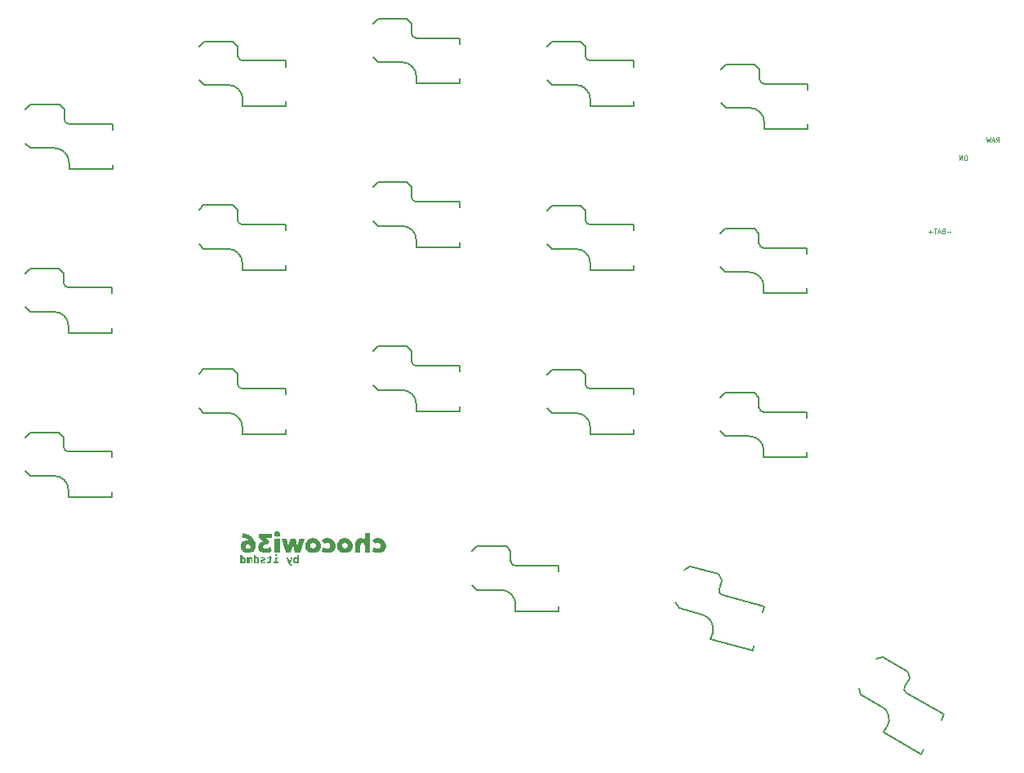
<source format=gbr>
%TF.GenerationSoftware,KiCad,Pcbnew,8.0.4*%
%TF.CreationDate,2024-09-03T01:13:55+07:00*%
%TF.ProjectId,chocowi36-rounded,63686f63-6f77-4693-9336-2d726f756e64,rev?*%
%TF.SameCoordinates,Original*%
%TF.FileFunction,Legend,Bot*%
%TF.FilePolarity,Positive*%
%FSLAX46Y46*%
G04 Gerber Fmt 4.6, Leading zero omitted, Abs format (unit mm)*
G04 Created by KiCad (PCBNEW 8.0.4) date 2024-09-03 01:13:55*
%MOMM*%
%LPD*%
G01*
G04 APERTURE LIST*
%ADD10C,0.125000*%
%ADD11C,0.150000*%
G04 APERTURE END LIST*
D10*
X181415570Y-62624809D02*
X181320332Y-62624809D01*
X181320332Y-62624809D02*
X181272713Y-62648619D01*
X181272713Y-62648619D02*
X181225094Y-62696238D01*
X181225094Y-62696238D02*
X181201284Y-62791476D01*
X181201284Y-62791476D02*
X181201284Y-62958142D01*
X181201284Y-62958142D02*
X181225094Y-63053380D01*
X181225094Y-63053380D02*
X181272713Y-63101000D01*
X181272713Y-63101000D02*
X181320332Y-63124809D01*
X181320332Y-63124809D02*
X181415570Y-63124809D01*
X181415570Y-63124809D02*
X181463189Y-63101000D01*
X181463189Y-63101000D02*
X181510808Y-63053380D01*
X181510808Y-63053380D02*
X181534617Y-62958142D01*
X181534617Y-62958142D02*
X181534617Y-62791476D01*
X181534617Y-62791476D02*
X181510808Y-62696238D01*
X181510808Y-62696238D02*
X181463189Y-62648619D01*
X181463189Y-62648619D02*
X181415570Y-62624809D01*
X180986998Y-63124809D02*
X180986998Y-62624809D01*
X180986998Y-62624809D02*
X180701284Y-63124809D01*
X180701284Y-63124809D02*
X180701284Y-62624809D01*
D11*
G36*
X120458199Y-103872009D02*
G01*
X120557612Y-103867194D01*
X120665560Y-103849899D01*
X120767462Y-103820025D01*
X120863320Y-103777572D01*
X120874877Y-103771381D01*
X120962133Y-103716274D01*
X121039741Y-103652069D01*
X121107702Y-103578765D01*
X121166015Y-103496364D01*
X121212818Y-103406330D01*
X121246248Y-103310617D01*
X121266307Y-103209226D01*
X121272993Y-103102156D01*
X121266839Y-103001959D01*
X121245855Y-102897252D01*
X121209978Y-102798318D01*
X121160710Y-102706089D01*
X121099552Y-102622173D01*
X121033635Y-102553098D01*
X120951277Y-102486435D01*
X120860030Y-102430854D01*
X120769364Y-102389944D01*
X120672287Y-102359289D01*
X120570344Y-102339988D01*
X120463536Y-102332041D01*
X120441590Y-102331814D01*
X120334629Y-102336632D01*
X120232343Y-102351086D01*
X120134732Y-102375177D01*
X120115770Y-102381151D01*
X120024275Y-102416213D01*
X119930902Y-102465250D01*
X119845149Y-102525254D01*
X120083042Y-102936559D01*
X120161438Y-102875656D01*
X120234961Y-102838862D01*
X120332912Y-102813166D01*
X120402511Y-102808087D01*
X120501157Y-102817738D01*
X120574458Y-102842281D01*
X120653759Y-102900835D01*
X120683879Y-102942421D01*
X120716203Y-103035729D01*
X120721493Y-103102156D01*
X120707384Y-103204561D01*
X120660635Y-103292664D01*
X120636008Y-103318555D01*
X120548679Y-103371649D01*
X120445152Y-103394328D01*
X120399581Y-103396224D01*
X120299435Y-103386022D01*
X120215421Y-103360076D01*
X120124310Y-103310121D01*
X120046894Y-103247725D01*
X119833914Y-103670265D01*
X119916737Y-103725019D01*
X120007670Y-103772045D01*
X120106712Y-103811344D01*
X120127494Y-103818276D01*
X120231574Y-103846612D01*
X120334986Y-103864453D01*
X120437730Y-103871799D01*
X120458199Y-103872009D01*
G37*
G36*
X119626308Y-103830000D02*
G01*
X119626308Y-101814019D01*
X119066015Y-101814019D01*
X119066015Y-102718206D01*
X119183740Y-102575568D01*
X119109757Y-102501815D01*
X119026295Y-102438090D01*
X118965387Y-102401179D01*
X118874759Y-102361687D01*
X118776165Y-102338588D01*
X118679622Y-102331814D01*
X118579758Y-102336943D01*
X118477993Y-102354975D01*
X118378063Y-102390238D01*
X118333286Y-102413879D01*
X118246777Y-102476591D01*
X118176661Y-102551886D01*
X118127145Y-102631256D01*
X118087931Y-102726890D01*
X118064995Y-102828411D01*
X118058269Y-102925812D01*
X118058269Y-103830000D01*
X118618073Y-103830000D01*
X118618073Y-103082616D01*
X118632850Y-102983576D01*
X118677180Y-102905296D01*
X118759200Y-102849929D01*
X118845219Y-102835931D01*
X118943496Y-102851318D01*
X118969783Y-102864263D01*
X119036194Y-102936124D01*
X119042567Y-102949748D01*
X119064549Y-103045369D01*
X119066015Y-103082616D01*
X119066015Y-103830000D01*
X119626308Y-103830000D01*
G37*
G36*
X117042894Y-102332368D02*
G01*
X117141328Y-102340675D01*
X117244988Y-102361598D01*
X117342637Y-102394829D01*
X117432969Y-102438601D01*
X117523077Y-102496890D01*
X117603488Y-102565799D01*
X117667268Y-102636276D01*
X117726076Y-102720743D01*
X117772993Y-102812484D01*
X117804163Y-102900173D01*
X117825115Y-102999606D01*
X117832100Y-103102156D01*
X117825597Y-103204982D01*
X117806088Y-103303412D01*
X117773573Y-103397445D01*
X117728052Y-103487083D01*
X117670747Y-103570156D01*
X117603366Y-103644497D01*
X117525911Y-103710107D01*
X117438380Y-103766985D01*
X117414950Y-103779703D01*
X117316688Y-103822369D01*
X117211160Y-103851907D01*
X117112862Y-103866984D01*
X117009001Y-103872009D01*
X116974942Y-103871455D01*
X116876217Y-103863148D01*
X116772595Y-103842225D01*
X116675366Y-103808995D01*
X116585034Y-103765269D01*
X116494925Y-103707144D01*
X116414514Y-103638513D01*
X116350782Y-103568036D01*
X116292137Y-103483568D01*
X116245498Y-103391828D01*
X116214071Y-103303929D01*
X116192945Y-103204485D01*
X116185903Y-103102156D01*
X116729099Y-103102156D01*
X116733486Y-103161677D01*
X116766224Y-103258960D01*
X116792051Y-103297008D01*
X116867340Y-103360565D01*
X116908461Y-103379370D01*
X117009001Y-103396224D01*
X117056676Y-103392742D01*
X117151151Y-103360565D01*
X117188264Y-103335110D01*
X117251779Y-103258960D01*
X117275816Y-103201267D01*
X117288904Y-103102156D01*
X117284632Y-103042414D01*
X117252756Y-102945352D01*
X117227234Y-102907094D01*
X117152616Y-102843747D01*
X117106775Y-102823445D01*
X117009001Y-102808087D01*
X116960811Y-102811570D01*
X116865875Y-102843747D01*
X116828599Y-102868992D01*
X116765735Y-102945352D01*
X116742015Y-103002809D01*
X116729099Y-103102156D01*
X116185903Y-103102156D01*
X116192436Y-102999330D01*
X116212037Y-102900900D01*
X116244704Y-102806866D01*
X116290439Y-102717229D01*
X116347561Y-102633942D01*
X116414881Y-102559448D01*
X116492397Y-102493747D01*
X116580111Y-102436838D01*
X116603482Y-102424120D01*
X116701545Y-102381454D01*
X116806936Y-102351916D01*
X116905164Y-102336839D01*
X117009001Y-102331814D01*
X117042894Y-102332368D01*
G37*
G36*
X115225540Y-103872009D02*
G01*
X115324953Y-103867194D01*
X115432901Y-103849899D01*
X115534803Y-103820025D01*
X115630661Y-103777572D01*
X115642218Y-103771381D01*
X115729474Y-103716274D01*
X115807082Y-103652069D01*
X115875043Y-103578765D01*
X115933356Y-103496364D01*
X115980159Y-103406330D01*
X116013590Y-103310617D01*
X116033648Y-103209226D01*
X116040334Y-103102156D01*
X116034180Y-103001959D01*
X116013196Y-102897252D01*
X115977320Y-102798318D01*
X115928052Y-102706089D01*
X115866893Y-102622173D01*
X115800976Y-102553098D01*
X115718618Y-102486435D01*
X115627371Y-102430854D01*
X115536705Y-102389944D01*
X115439628Y-102359289D01*
X115337686Y-102339988D01*
X115230877Y-102332041D01*
X115208932Y-102331814D01*
X115101970Y-102336632D01*
X114999684Y-102351086D01*
X114902073Y-102375177D01*
X114883112Y-102381151D01*
X114791616Y-102416213D01*
X114698244Y-102465250D01*
X114612490Y-102525254D01*
X114850383Y-102936559D01*
X114928779Y-102875656D01*
X115002302Y-102838862D01*
X115100253Y-102813166D01*
X115169853Y-102808087D01*
X115268498Y-102817738D01*
X115341800Y-102842281D01*
X115421100Y-102900835D01*
X115451220Y-102942421D01*
X115483544Y-103035729D01*
X115488834Y-103102156D01*
X115474725Y-103204561D01*
X115427976Y-103292664D01*
X115403349Y-103318555D01*
X115316021Y-103371649D01*
X115212493Y-103394328D01*
X115166922Y-103396224D01*
X115066776Y-103386022D01*
X114982763Y-103360076D01*
X114891651Y-103310121D01*
X114814235Y-103247725D01*
X114601255Y-103670265D01*
X114684078Y-103725019D01*
X114775011Y-103772045D01*
X114874054Y-103811344D01*
X114894835Y-103818276D01*
X114998915Y-103846612D01*
X115102327Y-103864453D01*
X115205071Y-103871799D01*
X115225540Y-103872009D01*
G37*
G36*
X113740731Y-102332368D02*
G01*
X113839164Y-102340675D01*
X113942824Y-102361598D01*
X114040474Y-102394829D01*
X114130805Y-102438601D01*
X114220914Y-102496890D01*
X114301325Y-102565799D01*
X114365105Y-102636276D01*
X114423913Y-102720743D01*
X114470830Y-102812484D01*
X114501999Y-102900173D01*
X114522952Y-102999606D01*
X114529936Y-103102156D01*
X114523433Y-103204982D01*
X114503925Y-103303412D01*
X114471410Y-103397445D01*
X114425889Y-103487083D01*
X114368583Y-103570156D01*
X114301203Y-103644497D01*
X114223747Y-103710107D01*
X114136217Y-103766985D01*
X114112787Y-103779703D01*
X114014525Y-103822369D01*
X113908997Y-103851907D01*
X113810699Y-103866984D01*
X113706838Y-103872009D01*
X113672779Y-103871455D01*
X113574054Y-103863148D01*
X113470432Y-103842225D01*
X113373202Y-103808995D01*
X113282871Y-103765269D01*
X113192762Y-103707144D01*
X113112351Y-103638513D01*
X113048619Y-103568036D01*
X112989974Y-103483568D01*
X112943335Y-103391828D01*
X112911908Y-103303929D01*
X112890782Y-103204485D01*
X112883740Y-103102156D01*
X113426936Y-103102156D01*
X113431323Y-103161677D01*
X113464061Y-103258960D01*
X113489887Y-103297008D01*
X113565177Y-103360565D01*
X113606298Y-103379370D01*
X113706838Y-103396224D01*
X113754513Y-103392742D01*
X113848987Y-103360565D01*
X113886101Y-103335110D01*
X113949615Y-103258960D01*
X113973652Y-103201267D01*
X113986740Y-103102156D01*
X113982469Y-103042414D01*
X113950592Y-102945352D01*
X113925071Y-102907094D01*
X113850453Y-102843747D01*
X113804611Y-102823445D01*
X113706838Y-102808087D01*
X113658648Y-102811570D01*
X113563712Y-102843747D01*
X113526436Y-102868992D01*
X113463572Y-102945352D01*
X113439851Y-103002809D01*
X113426936Y-103102156D01*
X112883740Y-103102156D01*
X112890273Y-102999330D01*
X112909874Y-102900900D01*
X112942541Y-102806866D01*
X112988276Y-102717229D01*
X113045398Y-102633942D01*
X113112717Y-102559448D01*
X113190234Y-102493747D01*
X113277948Y-102436838D01*
X113301319Y-102424120D01*
X113399382Y-102381454D01*
X113504773Y-102351916D01*
X113603000Y-102336839D01*
X113706838Y-102331814D01*
X113740731Y-102332368D01*
G37*
G36*
X112400627Y-103830000D02*
G01*
X112823656Y-102373824D01*
X112288764Y-102373824D01*
X112101186Y-103188618D01*
X111874528Y-102373824D01*
X111370411Y-102373824D01*
X111146196Y-103188618D01*
X110967410Y-102373824D01*
X110449127Y-102373824D01*
X110872156Y-103830000D01*
X111420725Y-103830000D01*
X111630774Y-103048911D01*
X111852058Y-103830000D01*
X112400627Y-103830000D01*
G37*
G36*
X110264968Y-103830000D02*
G01*
X110264968Y-102373824D01*
X109704675Y-102373824D01*
X109704675Y-103830000D01*
X110264968Y-103830000D01*
G37*
G36*
X109984577Y-102186245D02*
G01*
X110084824Y-102173185D01*
X110179979Y-102129908D01*
X110210746Y-102107110D01*
X110276195Y-102026554D01*
X110304152Y-101931492D01*
X110306489Y-101889734D01*
X110290688Y-101786852D01*
X110238328Y-101698054D01*
X110210746Y-101671870D01*
X110127231Y-101620633D01*
X110032267Y-101595517D01*
X109984577Y-101592735D01*
X109884646Y-101605795D01*
X109789651Y-101649072D01*
X109758897Y-101671870D01*
X109693113Y-101752519D01*
X109665014Y-101847836D01*
X109662665Y-101889734D01*
X109678547Y-101992301D01*
X109731174Y-102080938D01*
X109758897Y-102107110D01*
X109842331Y-102158347D01*
X109937053Y-102183463D01*
X109984577Y-102186245D01*
G37*
G36*
X108786322Y-103872009D02*
G01*
X108887415Y-103867682D01*
X108986998Y-103854699D01*
X109052546Y-103841235D01*
X109153928Y-103812683D01*
X109246925Y-103777037D01*
X109287019Y-103758192D01*
X109374045Y-103705835D01*
X109447243Y-103639490D01*
X109285066Y-103199853D01*
X109211669Y-103274626D01*
X109124594Y-103330997D01*
X109086252Y-103349330D01*
X108989463Y-103382966D01*
X108890339Y-103401079D01*
X108822958Y-103404528D01*
X108723021Y-103393379D01*
X108677389Y-103378639D01*
X108593049Y-103323346D01*
X108578715Y-103306831D01*
X108543613Y-103214775D01*
X108543056Y-103199853D01*
X108566394Y-103101175D01*
X108616817Y-103044515D01*
X108705974Y-103001825D01*
X108803419Y-102989804D01*
X108902484Y-102997025D01*
X108913328Y-102998597D01*
X109011770Y-103018522D01*
X109030076Y-103023510D01*
X109175645Y-102676196D01*
X108730634Y-102320579D01*
X109419399Y-102320579D01*
X109419399Y-101870195D01*
X108108792Y-101870195D01*
X108108792Y-102284431D01*
X108506419Y-102670823D01*
X108404812Y-102695640D01*
X108312975Y-102737103D01*
X108278296Y-102757773D01*
X108195048Y-102823156D01*
X108129652Y-102898821D01*
X108096580Y-102949748D01*
X108055697Y-103039489D01*
X108031785Y-103141467D01*
X108024772Y-103244794D01*
X108032500Y-103343369D01*
X108059214Y-103445645D01*
X108105010Y-103540289D01*
X108122470Y-103567194D01*
X108190476Y-103649655D01*
X108264081Y-103713999D01*
X108349432Y-103768992D01*
X108391137Y-103790432D01*
X108491717Y-103829866D01*
X108588063Y-103854085D01*
X108690942Y-103868106D01*
X108786322Y-103872009D01*
G37*
G36*
X106583226Y-101846206D02*
G01*
X106679506Y-101868760D01*
X106773415Y-101895848D01*
X106879981Y-101933181D01*
X106983321Y-101976685D01*
X107040451Y-102004048D01*
X107136204Y-102056083D01*
X107226581Y-102113402D01*
X107311582Y-102176003D01*
X107391206Y-102243886D01*
X107433964Y-102284828D01*
X107502987Y-102360148D01*
X107564623Y-102440143D01*
X107618872Y-102524813D01*
X107665735Y-102614159D01*
X107688862Y-102667037D01*
X107721914Y-102762513D01*
X107745523Y-102861729D01*
X107759688Y-102964685D01*
X107764410Y-103071381D01*
X107764308Y-103086524D01*
X107757937Y-103189076D01*
X107738520Y-103298893D01*
X107706158Y-103400834D01*
X107660851Y-103494898D01*
X107604064Y-103579712D01*
X107537752Y-103654389D01*
X107461915Y-103718930D01*
X107376552Y-103773335D01*
X107365205Y-103779406D01*
X107270790Y-103821034D01*
X107169902Y-103850328D01*
X107062542Y-103867288D01*
X106963293Y-103872009D01*
X106952485Y-103871958D01*
X106847766Y-103865833D01*
X106749153Y-103849499D01*
X106647731Y-103819741D01*
X106570902Y-103786781D01*
X106485501Y-103737576D01*
X106403000Y-103672707D01*
X106354426Y-103623431D01*
X106292671Y-103542419D01*
X106244242Y-103452889D01*
X106219665Y-103388958D01*
X106195966Y-103288712D01*
X106189127Y-103197411D01*
X106705861Y-103197411D01*
X106707046Y-103222008D01*
X106739567Y-103317090D01*
X106753065Y-103335917D01*
X106831402Y-103399644D01*
X106865139Y-103414048D01*
X106963293Y-103429441D01*
X106999410Y-103427579D01*
X107095673Y-103399644D01*
X107116613Y-103387514D01*
X107187508Y-103317090D01*
X107200641Y-103293331D01*
X107221213Y-103197411D01*
X107220028Y-103172664D01*
X107187508Y-103077732D01*
X107174010Y-103058755D01*
X107095673Y-102995177D01*
X107061699Y-102980537D01*
X106963293Y-102964891D01*
X106927206Y-102966784D01*
X106831402Y-102995177D01*
X106810462Y-103007159D01*
X106739567Y-103077732D01*
X106726433Y-103101323D01*
X106705861Y-103197411D01*
X106189127Y-103197411D01*
X106188066Y-103183244D01*
X106188818Y-103149167D01*
X106200088Y-103051262D01*
X106228471Y-102950092D01*
X106273551Y-102856936D01*
X106284430Y-102839343D01*
X106346435Y-102758476D01*
X106421129Y-102689439D01*
X106508513Y-102632233D01*
X106546676Y-102612998D01*
X106647960Y-102576133D01*
X106746295Y-102556658D01*
X106851430Y-102550167D01*
X106884952Y-102550930D01*
X106983321Y-102562379D01*
X107011084Y-102568093D01*
X107106419Y-102598039D01*
X107049246Y-102535449D01*
X106973551Y-102471521D01*
X106968705Y-102467960D01*
X106885067Y-102414105D01*
X106796231Y-102368939D01*
X106764341Y-102355052D01*
X106668705Y-102319469D01*
X106571527Y-102290781D01*
X106499451Y-102273062D01*
X106397098Y-102252443D01*
X106296999Y-102236559D01*
X106484577Y-101828185D01*
X106583226Y-101846206D01*
G37*
D10*
G36*
X112216621Y-104072069D02*
G01*
X112216621Y-104937275D01*
X112055812Y-104937275D01*
X112048973Y-104881588D01*
X112045489Y-104886228D01*
X112014748Y-104918047D01*
X111978902Y-104940438D01*
X111937952Y-104953401D01*
X111897933Y-104957010D01*
X111878488Y-104956341D01*
X111837573Y-104949948D01*
X111800583Y-104936784D01*
X111764088Y-104914219D01*
X111747706Y-104900003D01*
X111721511Y-104870472D01*
X111699552Y-104835871D01*
X111681827Y-104796200D01*
X111680108Y-104791491D01*
X111668320Y-104752372D01*
X111660025Y-104710689D01*
X111655223Y-104666442D01*
X111653931Y-104626989D01*
X111841073Y-104626989D01*
X111841513Y-104652198D01*
X111845030Y-104697065D01*
X111853191Y-104738695D01*
X111869210Y-104776856D01*
X111876559Y-104787481D01*
X111907232Y-104813511D01*
X111945609Y-104822188D01*
X111960020Y-104821284D01*
X111996802Y-104807729D01*
X112009629Y-104797329D01*
X112035295Y-104765719D01*
X112035295Y-104505258D01*
X112018298Y-104479989D01*
X111991136Y-104451525D01*
X111975382Y-104441118D01*
X111936426Y-104431790D01*
X111922516Y-104432828D01*
X111886209Y-104448399D01*
X111868206Y-104469636D01*
X111852992Y-104507408D01*
X111845729Y-104544099D01*
X111842016Y-104586326D01*
X111841073Y-104626989D01*
X111653931Y-104626989D01*
X111653886Y-104625621D01*
X111654725Y-104588789D01*
X111658136Y-104545497D01*
X111664170Y-104505258D01*
X111674875Y-104461002D01*
X111689358Y-104421141D01*
X111707619Y-104385677D01*
X111725919Y-104360121D01*
X111756813Y-104331620D01*
X111793858Y-104311609D01*
X111837056Y-104300087D01*
X111878980Y-104296968D01*
X111890514Y-104297325D01*
X111929442Y-104304202D01*
X111966126Y-104319829D01*
X111976054Y-104325743D01*
X112007919Y-104350336D01*
X112035295Y-104380988D01*
X112035295Y-104052921D01*
X112216621Y-104072069D01*
G37*
G36*
X110951443Y-104319243D02*
G01*
X111154849Y-104941965D01*
X111168429Y-104979171D01*
X111187370Y-105020002D01*
X111209196Y-105056670D01*
X111233907Y-105089176D01*
X111261504Y-105117519D01*
X111276384Y-105130129D01*
X111308832Y-105152042D01*
X111345361Y-105169422D01*
X111385970Y-105182268D01*
X111430660Y-105190579D01*
X111471018Y-105194043D01*
X111496593Y-105194609D01*
X111517305Y-105069166D01*
X111478566Y-105063027D01*
X111439929Y-105053449D01*
X111419999Y-105046305D01*
X111384634Y-105027079D01*
X111360208Y-105005077D01*
X111336564Y-104971452D01*
X111320738Y-104939229D01*
X111382874Y-104939229D01*
X111576314Y-104319243D01*
X111384632Y-104319243D01*
X111266223Y-104821797D01*
X111137654Y-104319243D01*
X110951443Y-104319243D01*
G37*
G36*
X109887912Y-103994107D02*
G01*
X109847543Y-104000805D01*
X109812812Y-104022713D01*
X109810927Y-104024588D01*
X109788505Y-104058587D01*
X109781061Y-104097204D01*
X109781031Y-104100011D01*
X109787600Y-104139289D01*
X109809087Y-104174087D01*
X109810927Y-104176019D01*
X109845121Y-104199027D01*
X109884986Y-104206666D01*
X109887912Y-104206696D01*
X109928787Y-104199955D01*
X109963965Y-104177906D01*
X109965874Y-104176019D01*
X109988442Y-104141678D01*
X109995936Y-104102830D01*
X109995965Y-104100011D01*
X109989353Y-104060959D01*
X109967726Y-104026496D01*
X109965874Y-104024588D01*
X109931241Y-104001727D01*
X109890875Y-103994137D01*
X109887912Y-103994107D01*
G37*
G36*
X109778296Y-104319243D02*
G01*
X109778296Y-104806947D01*
X109623153Y-104806947D01*
X109623153Y-104932000D01*
X110132546Y-104932000D01*
X110132546Y-104806947D01*
X109959817Y-104806947D01*
X109959817Y-104444295D01*
X110126879Y-104444295D01*
X110126879Y-104319243D01*
X109778296Y-104319243D01*
G37*
G36*
X108913285Y-104899564D02*
G01*
X108947415Y-104919172D01*
X108984197Y-104934835D01*
X108999650Y-104940206D01*
X109039244Y-104950446D01*
X109078678Y-104955681D01*
X109113174Y-104957010D01*
X109155853Y-104954826D01*
X109200176Y-104946755D01*
X109238608Y-104932738D01*
X109275317Y-104909438D01*
X109290787Y-104894875D01*
X109316091Y-104860937D01*
X109334165Y-104821455D01*
X109344049Y-104782360D01*
X109348398Y-104739021D01*
X109348624Y-104725859D01*
X109348624Y-104444295D01*
X109476802Y-104444295D01*
X109476802Y-104319243D01*
X109348624Y-104319243D01*
X109348624Y-104185593D01*
X109167298Y-104163318D01*
X109167298Y-104319243D01*
X108970731Y-104319243D01*
X108988512Y-104444295D01*
X109167298Y-104444295D01*
X109167298Y-104722146D01*
X109162120Y-104761225D01*
X109146586Y-104787408D01*
X109111079Y-104804199D01*
X109080543Y-104806947D01*
X109040668Y-104803665D01*
X109021729Y-104799327D01*
X108984653Y-104785185D01*
X108973662Y-104779397D01*
X108913285Y-104899564D01*
G37*
G36*
X108529140Y-104822188D02*
G01*
X108488205Y-104818573D01*
X108456063Y-104807729D01*
X108429868Y-104777724D01*
X108428121Y-104764156D01*
X108439063Y-104731134D01*
X108471856Y-104709357D01*
X108481073Y-104705538D01*
X108519468Y-104692202D01*
X108558138Y-104680597D01*
X108572909Y-104676424D01*
X108612867Y-104663943D01*
X108653148Y-104646924D01*
X108688484Y-104626752D01*
X108709294Y-104611553D01*
X108737012Y-104581198D01*
X108754463Y-104543134D01*
X108761393Y-104502286D01*
X108761855Y-104487282D01*
X108757605Y-104447837D01*
X108742664Y-104407723D01*
X108716966Y-104372123D01*
X108693858Y-104350897D01*
X108655988Y-104327303D01*
X108616661Y-104312188D01*
X108578353Y-104303341D01*
X108535799Y-104298285D01*
X108497096Y-104296968D01*
X108457577Y-104298348D01*
X108416272Y-104303200D01*
X108374293Y-104312687D01*
X108354849Y-104319048D01*
X108318594Y-104334011D01*
X108282416Y-104353160D01*
X108250117Y-104375126D01*
X108322413Y-104484351D01*
X108356703Y-104465192D01*
X108393237Y-104449773D01*
X108404088Y-104446054D01*
X108442326Y-104436303D01*
X108483545Y-104431916D01*
X108491820Y-104431790D01*
X108534041Y-104435546D01*
X108570632Y-104454232D01*
X108579161Y-104479271D01*
X108568024Y-104506235D01*
X108533231Y-104526517D01*
X108525819Y-104529487D01*
X108487570Y-104542774D01*
X108449459Y-104554534D01*
X108434960Y-104558796D01*
X108396081Y-104570973D01*
X108357828Y-104585677D01*
X108331987Y-104597680D01*
X108297334Y-104619708D01*
X108268672Y-104649702D01*
X108263990Y-104656494D01*
X108247427Y-104693161D01*
X108240613Y-104731794D01*
X108239761Y-104753605D01*
X108243635Y-104793496D01*
X108256844Y-104832484D01*
X108279426Y-104866347D01*
X108309656Y-104894922D01*
X108342506Y-104916171D01*
X108380471Y-104932917D01*
X108384548Y-104934344D01*
X108422357Y-104945301D01*
X108462144Y-104952672D01*
X108503910Y-104956457D01*
X108527968Y-104957010D01*
X108570930Y-104955398D01*
X108611304Y-104950562D01*
X108653629Y-104941268D01*
X108684283Y-104931218D01*
X108720830Y-104915317D01*
X108757703Y-104894640D01*
X108790645Y-104870796D01*
X108799761Y-104863025D01*
X108708317Y-104757903D01*
X108675405Y-104780252D01*
X108638903Y-104799086D01*
X108627814Y-104803821D01*
X108589755Y-104815713D01*
X108548922Y-104821542D01*
X108529140Y-104822188D01*
G37*
G36*
X107738380Y-104354414D02*
G01*
X107760389Y-104334891D01*
X107796803Y-104313181D01*
X107837298Y-104300558D01*
X107876719Y-104296968D01*
X107890677Y-104297341D01*
X107930345Y-104302931D01*
X107970542Y-104317009D01*
X108006656Y-104339369D01*
X108023077Y-104353340D01*
X108049532Y-104382432D01*
X108072000Y-104416593D01*
X108090480Y-104455824D01*
X108092283Y-104460473D01*
X108104648Y-104499195D01*
X108113349Y-104540628D01*
X108118387Y-104584771D01*
X108119789Y-104625621D01*
X108119694Y-104637979D01*
X108117857Y-104679681D01*
X108113683Y-104718971D01*
X108106051Y-104760920D01*
X108095365Y-104799718D01*
X108090564Y-104813386D01*
X108073502Y-104850908D01*
X108049868Y-104886472D01*
X108021311Y-104915586D01*
X108011740Y-104922989D01*
X107976538Y-104942407D01*
X107936261Y-104953733D01*
X107895672Y-104957010D01*
X107870450Y-104955776D01*
X107831171Y-104947917D01*
X107794262Y-104931218D01*
X107786532Y-104926293D01*
X107754314Y-104900946D01*
X107726851Y-104869473D01*
X107717668Y-104937471D01*
X107556858Y-104937471D01*
X107556858Y-104484547D01*
X107738380Y-104484547D01*
X107738380Y-104750674D01*
X107755158Y-104775341D01*
X107782930Y-104803039D01*
X107799076Y-104813137D01*
X107838226Y-104822188D01*
X107850056Y-104821384D01*
X107887270Y-104805384D01*
X107905079Y-104783866D01*
X107920487Y-104745984D01*
X107927869Y-104709375D01*
X107931643Y-104667369D01*
X107932602Y-104626989D01*
X107932153Y-104601780D01*
X107928562Y-104556913D01*
X107920232Y-104515283D01*
X107903879Y-104477122D01*
X107898332Y-104469020D01*
X107868177Y-104441751D01*
X107828066Y-104431790D01*
X107816083Y-104432463D01*
X107778631Y-104445859D01*
X107765549Y-104455598D01*
X107738380Y-104484547D01*
X107556858Y-104484547D01*
X107556858Y-104072069D01*
X107738380Y-104052921D01*
X107738380Y-104354414D01*
G37*
G36*
X106945860Y-104296968D02*
G01*
X106905233Y-104302001D01*
X106869970Y-104318973D01*
X106849726Y-104339564D01*
X106831816Y-104375013D01*
X106822692Y-104413188D01*
X106818759Y-104454050D01*
X106818268Y-104476926D01*
X106818268Y-104932000D01*
X106973997Y-104932000D01*
X106973997Y-104491581D01*
X106977694Y-104452096D01*
X106980054Y-104445272D01*
X107004479Y-104431790D01*
X107033983Y-104441364D01*
X107061928Y-104469154D01*
X107067591Y-104476926D01*
X107067591Y-104932000D01*
X107195184Y-104932000D01*
X107195184Y-104491581D01*
X107198881Y-104452096D01*
X107201241Y-104445272D01*
X107225665Y-104431790D01*
X107255170Y-104441364D01*
X107283114Y-104469154D01*
X107288777Y-104476926D01*
X107288777Y-104932000D01*
X107446656Y-104932000D01*
X107446656Y-104319243D01*
X107313397Y-104319243D01*
X107301478Y-104375321D01*
X107276233Y-104345097D01*
X107245277Y-104318150D01*
X107243446Y-104316898D01*
X107207011Y-104300783D01*
X107173886Y-104296968D01*
X107134791Y-104303837D01*
X107115072Y-104314554D01*
X107089074Y-104345877D01*
X107080292Y-104369069D01*
X107051324Y-104340053D01*
X107019524Y-104317094D01*
X106982093Y-104301390D01*
X106945860Y-104296968D01*
G37*
G36*
X106361241Y-104354414D02*
G01*
X106383250Y-104334891D01*
X106419664Y-104313181D01*
X106460159Y-104300558D01*
X106499580Y-104296968D01*
X106513538Y-104297341D01*
X106553206Y-104302931D01*
X106593403Y-104317009D01*
X106629517Y-104339369D01*
X106645938Y-104353340D01*
X106672393Y-104382432D01*
X106694861Y-104416593D01*
X106713341Y-104455824D01*
X106715144Y-104460473D01*
X106727509Y-104499195D01*
X106736210Y-104540628D01*
X106741248Y-104584771D01*
X106742650Y-104625621D01*
X106742555Y-104637979D01*
X106740718Y-104679681D01*
X106736544Y-104718971D01*
X106728912Y-104760920D01*
X106718226Y-104799718D01*
X106713425Y-104813386D01*
X106696363Y-104850908D01*
X106672729Y-104886472D01*
X106644172Y-104915586D01*
X106634601Y-104922989D01*
X106599399Y-104942407D01*
X106559122Y-104953733D01*
X106518533Y-104957010D01*
X106493311Y-104955776D01*
X106454032Y-104947917D01*
X106417124Y-104931218D01*
X106409393Y-104926293D01*
X106377175Y-104900946D01*
X106349712Y-104869473D01*
X106340529Y-104937471D01*
X106179719Y-104937471D01*
X106179719Y-104484547D01*
X106361241Y-104484547D01*
X106361241Y-104750674D01*
X106378019Y-104775341D01*
X106405791Y-104803039D01*
X106421937Y-104813137D01*
X106461087Y-104822188D01*
X106472918Y-104821384D01*
X106510131Y-104805384D01*
X106527940Y-104783866D01*
X106543348Y-104745984D01*
X106550730Y-104709375D01*
X106554504Y-104667369D01*
X106555463Y-104626989D01*
X106555014Y-104601780D01*
X106551423Y-104556913D01*
X106543093Y-104515283D01*
X106526740Y-104477122D01*
X106521193Y-104469020D01*
X106491038Y-104441751D01*
X106450927Y-104431790D01*
X106438944Y-104432463D01*
X106401492Y-104445859D01*
X106388410Y-104455598D01*
X106361241Y-104484547D01*
X106179719Y-104484547D01*
X106179719Y-104072069D01*
X106361241Y-104052921D01*
X106361241Y-104354414D01*
G37*
X179834761Y-70544333D02*
X179453809Y-70544333D01*
X179049046Y-70472904D02*
X178977618Y-70496714D01*
X178977618Y-70496714D02*
X178953808Y-70520523D01*
X178953808Y-70520523D02*
X178929999Y-70568142D01*
X178929999Y-70568142D02*
X178929999Y-70639571D01*
X178929999Y-70639571D02*
X178953808Y-70687190D01*
X178953808Y-70687190D02*
X178977618Y-70711000D01*
X178977618Y-70711000D02*
X179025237Y-70734809D01*
X179025237Y-70734809D02*
X179215713Y-70734809D01*
X179215713Y-70734809D02*
X179215713Y-70234809D01*
X179215713Y-70234809D02*
X179049046Y-70234809D01*
X179049046Y-70234809D02*
X179001427Y-70258619D01*
X179001427Y-70258619D02*
X178977618Y-70282428D01*
X178977618Y-70282428D02*
X178953808Y-70330047D01*
X178953808Y-70330047D02*
X178953808Y-70377666D01*
X178953808Y-70377666D02*
X178977618Y-70425285D01*
X178977618Y-70425285D02*
X179001427Y-70449095D01*
X179001427Y-70449095D02*
X179049046Y-70472904D01*
X179049046Y-70472904D02*
X179215713Y-70472904D01*
X178739522Y-70591952D02*
X178501427Y-70591952D01*
X178787141Y-70734809D02*
X178620475Y-70234809D01*
X178620475Y-70234809D02*
X178453808Y-70734809D01*
X178358570Y-70234809D02*
X178072856Y-70234809D01*
X178215713Y-70734809D02*
X178215713Y-70234809D01*
X177906190Y-70544333D02*
X177525238Y-70544333D01*
X177715714Y-70734809D02*
X177715714Y-70353857D01*
X184547238Y-61248809D02*
X184713904Y-61010714D01*
X184832952Y-61248809D02*
X184832952Y-60748809D01*
X184832952Y-60748809D02*
X184642476Y-60748809D01*
X184642476Y-60748809D02*
X184594857Y-60772619D01*
X184594857Y-60772619D02*
X184571047Y-60796428D01*
X184571047Y-60796428D02*
X184547238Y-60844047D01*
X184547238Y-60844047D02*
X184547238Y-60915476D01*
X184547238Y-60915476D02*
X184571047Y-60963095D01*
X184571047Y-60963095D02*
X184594857Y-60986904D01*
X184594857Y-60986904D02*
X184642476Y-61010714D01*
X184642476Y-61010714D02*
X184832952Y-61010714D01*
X184356761Y-61105952D02*
X184118666Y-61105952D01*
X184404380Y-61248809D02*
X184237714Y-60748809D01*
X184237714Y-60748809D02*
X184071047Y-61248809D01*
X183952000Y-60748809D02*
X183832952Y-61248809D01*
X183832952Y-61248809D02*
X183737714Y-60891666D01*
X183737714Y-60891666D02*
X183642476Y-61248809D01*
X183642476Y-61248809D02*
X183523429Y-60748809D01*
D11*
%TO.C,SW2*%
X83910000Y-57880000D02*
X84410000Y-57380000D01*
X83910000Y-61380000D02*
X84410000Y-61880000D01*
X84410000Y-57380000D02*
X87410000Y-57380000D01*
X84410000Y-61880000D02*
X86910000Y-61880000D01*
X87410000Y-57380000D02*
X87910000Y-57880000D01*
X87910000Y-58880000D02*
X87910000Y-57880000D01*
X88410000Y-63380000D02*
X88410000Y-64080000D01*
X88410000Y-64080000D02*
X92910000Y-64080000D01*
X92910000Y-59380000D02*
X88410000Y-59380000D01*
X92910000Y-59980000D02*
X92910000Y-59380000D01*
X92910000Y-64080000D02*
X92910000Y-63580000D01*
X86910000Y-61880000D02*
G75*
G02*
X88410000Y-63380000I0J-1500000D01*
G01*
X88410000Y-59380000D02*
G75*
G02*
X87910000Y-58880000I0J500000D01*
G01*
%TO.C,SW3*%
X101910000Y-51320000D02*
X102410000Y-50820000D01*
X101910000Y-54820000D02*
X102410000Y-55320000D01*
X102410000Y-50820000D02*
X105410000Y-50820000D01*
X102410000Y-55320000D02*
X104910000Y-55320000D01*
X105410000Y-50820000D02*
X105910000Y-51320000D01*
X105910000Y-52320000D02*
X105910000Y-51320000D01*
X106410000Y-56820000D02*
X106410000Y-57520000D01*
X106410000Y-57520000D02*
X110910000Y-57520000D01*
X110910000Y-52820000D02*
X106410000Y-52820000D01*
X110910000Y-53420000D02*
X110910000Y-52820000D01*
X110910000Y-57520000D02*
X110910000Y-57020000D01*
X104910000Y-55320000D02*
G75*
G02*
X106410000Y-56820000I0J-1500000D01*
G01*
X106410000Y-52820000D02*
G75*
G02*
X105910000Y-52320000I0J500000D01*
G01*
%TO.C,SW4*%
X119910000Y-48960000D02*
X120410000Y-48460000D01*
X119910000Y-52460000D02*
X120410000Y-52960000D01*
X120410000Y-48460000D02*
X123410000Y-48460000D01*
X120410000Y-52960000D02*
X122910000Y-52960000D01*
X123410000Y-48460000D02*
X123910000Y-48960000D01*
X123910000Y-49960000D02*
X123910000Y-48960000D01*
X124410000Y-54460000D02*
X124410000Y-55160000D01*
X124410000Y-55160000D02*
X128910000Y-55160000D01*
X128910000Y-50460000D02*
X124410000Y-50460000D01*
X128910000Y-51060000D02*
X128910000Y-50460000D01*
X128910000Y-55160000D02*
X128910000Y-54660000D01*
X122910000Y-52960000D02*
G75*
G02*
X124410000Y-54460000I0J-1500000D01*
G01*
X124410000Y-50460000D02*
G75*
G02*
X123910000Y-49960000I0J500000D01*
G01*
%TO.C,SW5*%
X137954000Y-51320000D02*
X138454000Y-50820000D01*
X137954000Y-54820000D02*
X138454000Y-55320000D01*
X138454000Y-50820000D02*
X141454000Y-50820000D01*
X138454000Y-55320000D02*
X140954000Y-55320000D01*
X141454000Y-50820000D02*
X141954000Y-51320000D01*
X141954000Y-52320000D02*
X141954000Y-51320000D01*
X142454000Y-56820000D02*
X142454000Y-57520000D01*
X142454000Y-57520000D02*
X146954000Y-57520000D01*
X146954000Y-52820000D02*
X142454000Y-52820000D01*
X146954000Y-53420000D02*
X146954000Y-52820000D01*
X146954000Y-57520000D02*
X146954000Y-57020000D01*
X140954000Y-55320000D02*
G75*
G02*
X142454000Y-56820000I0J-1500000D01*
G01*
X142454000Y-52820000D02*
G75*
G02*
X141954000Y-52320000I0J500000D01*
G01*
%TO.C,SW6*%
X155988000Y-53700000D02*
X156488000Y-53200000D01*
X155988000Y-57200000D02*
X156488000Y-57700000D01*
X156488000Y-53200000D02*
X159488000Y-53200000D01*
X156488000Y-57700000D02*
X158988000Y-57700000D01*
X159488000Y-53200000D02*
X159988000Y-53700000D01*
X159988000Y-54700000D02*
X159988000Y-53700000D01*
X160488000Y-59200000D02*
X160488000Y-59900000D01*
X160488000Y-59900000D02*
X164988000Y-59900000D01*
X164988000Y-55200000D02*
X160488000Y-55200000D01*
X164988000Y-55800000D02*
X164988000Y-55200000D01*
X164988000Y-59900000D02*
X164988000Y-59400000D01*
X158988000Y-57700000D02*
G75*
G02*
X160488000Y-59200000I0J-1500000D01*
G01*
X160488000Y-55200000D02*
G75*
G02*
X159988000Y-54700000I0J500000D01*
G01*
%TO.C,SW8*%
X83852000Y-74850000D02*
X84352000Y-74350000D01*
X83852000Y-78350000D02*
X84352000Y-78850000D01*
X84352000Y-74350000D02*
X87352000Y-74350000D01*
X84352000Y-78850000D02*
X86852000Y-78850000D01*
X87352000Y-74350000D02*
X87852000Y-74850000D01*
X87852000Y-75850000D02*
X87852000Y-74850000D01*
X88352000Y-80350000D02*
X88352000Y-81050000D01*
X88352000Y-81050000D02*
X92852000Y-81050000D01*
X92852000Y-76350000D02*
X88352000Y-76350000D01*
X92852000Y-76950000D02*
X92852000Y-76350000D01*
X92852000Y-81050000D02*
X92852000Y-80550000D01*
X86852000Y-78850000D02*
G75*
G02*
X88352000Y-80350000I0J-1500000D01*
G01*
X88352000Y-76350000D02*
G75*
G02*
X87852000Y-75850000I0J500000D01*
G01*
%TO.C,SW9*%
X101870000Y-68310000D02*
X102370000Y-67810000D01*
X101870000Y-71810000D02*
X102370000Y-72310000D01*
X102370000Y-67810000D02*
X105370000Y-67810000D01*
X102370000Y-72310000D02*
X104870000Y-72310000D01*
X105370000Y-67810000D02*
X105870000Y-68310000D01*
X105870000Y-69310000D02*
X105870000Y-68310000D01*
X106370000Y-73810000D02*
X106370000Y-74510000D01*
X106370000Y-74510000D02*
X110870000Y-74510000D01*
X110870000Y-69810000D02*
X106370000Y-69810000D01*
X110870000Y-70410000D02*
X110870000Y-69810000D01*
X110870000Y-74510000D02*
X110870000Y-74010000D01*
X104870000Y-72310000D02*
G75*
G02*
X106370000Y-73810000I0J-1500000D01*
G01*
X106370000Y-69810000D02*
G75*
G02*
X105870000Y-69310000I0J500000D01*
G01*
%TO.C,SW10*%
X119910000Y-65940000D02*
X120410000Y-65440000D01*
X119910000Y-69440000D02*
X120410000Y-69940000D01*
X120410000Y-65440000D02*
X123410000Y-65440000D01*
X120410000Y-69940000D02*
X122910000Y-69940000D01*
X123410000Y-65440000D02*
X123910000Y-65940000D01*
X123910000Y-66940000D02*
X123910000Y-65940000D01*
X124410000Y-71440000D02*
X124410000Y-72140000D01*
X124410000Y-72140000D02*
X128910000Y-72140000D01*
X128910000Y-67440000D02*
X124410000Y-67440000D01*
X128910000Y-68040000D02*
X128910000Y-67440000D01*
X128910000Y-72140000D02*
X128910000Y-71640000D01*
X122910000Y-69940000D02*
G75*
G02*
X124410000Y-71440000I0J-1500000D01*
G01*
X124410000Y-67440000D02*
G75*
G02*
X123910000Y-66940000I0J500000D01*
G01*
%TO.C,SW11*%
X137954000Y-68332000D02*
X138454000Y-67832000D01*
X137954000Y-71832000D02*
X138454000Y-72332000D01*
X138454000Y-67832000D02*
X141454000Y-67832000D01*
X138454000Y-72332000D02*
X140954000Y-72332000D01*
X141454000Y-67832000D02*
X141954000Y-68332000D01*
X141954000Y-69332000D02*
X141954000Y-68332000D01*
X142454000Y-73832000D02*
X142454000Y-74532000D01*
X142454000Y-74532000D02*
X146954000Y-74532000D01*
X146954000Y-69832000D02*
X142454000Y-69832000D01*
X146954000Y-70432000D02*
X146954000Y-69832000D01*
X146954000Y-74532000D02*
X146954000Y-74032000D01*
X140954000Y-72332000D02*
G75*
G02*
X142454000Y-73832000I0J-1500000D01*
G01*
X142454000Y-69832000D02*
G75*
G02*
X141954000Y-69332000I0J500000D01*
G01*
%TO.C,SW12*%
X155940000Y-70740000D02*
X156440000Y-70240000D01*
X155940000Y-74240000D02*
X156440000Y-74740000D01*
X156440000Y-70240000D02*
X159440000Y-70240000D01*
X156440000Y-74740000D02*
X158940000Y-74740000D01*
X159440000Y-70240000D02*
X159940000Y-70740000D01*
X159940000Y-71740000D02*
X159940000Y-70740000D01*
X160440000Y-76240000D02*
X160440000Y-76940000D01*
X160440000Y-76940000D02*
X164940000Y-76940000D01*
X164940000Y-72240000D02*
X160440000Y-72240000D01*
X164940000Y-72840000D02*
X164940000Y-72240000D01*
X164940000Y-76940000D02*
X164940000Y-76440000D01*
X158940000Y-74740000D02*
G75*
G02*
X160440000Y-76240000I0J-1500000D01*
G01*
X160440000Y-72240000D02*
G75*
G02*
X159940000Y-71740000I0J500000D01*
G01*
%TO.C,SW14*%
X83852000Y-91868000D02*
X84352000Y-91368000D01*
X83852000Y-95368000D02*
X84352000Y-95868000D01*
X84352000Y-91368000D02*
X87352000Y-91368000D01*
X84352000Y-95868000D02*
X86852000Y-95868000D01*
X87352000Y-91368000D02*
X87852000Y-91868000D01*
X87852000Y-92868000D02*
X87852000Y-91868000D01*
X88352000Y-97368000D02*
X88352000Y-98068000D01*
X88352000Y-98068000D02*
X92852000Y-98068000D01*
X92852000Y-93368000D02*
X88352000Y-93368000D01*
X92852000Y-93968000D02*
X92852000Y-93368000D01*
X92852000Y-98068000D02*
X92852000Y-97568000D01*
X86852000Y-95868000D02*
G75*
G02*
X88352000Y-97368000I0J-1500000D01*
G01*
X88352000Y-93368000D02*
G75*
G02*
X87852000Y-92868000I0J500000D01*
G01*
%TO.C,SW15*%
X101870000Y-85328000D02*
X102370000Y-84828000D01*
X101870000Y-88828000D02*
X102370000Y-89328000D01*
X102370000Y-84828000D02*
X105370000Y-84828000D01*
X102370000Y-89328000D02*
X104870000Y-89328000D01*
X105370000Y-84828000D02*
X105870000Y-85328000D01*
X105870000Y-86328000D02*
X105870000Y-85328000D01*
X106370000Y-90828000D02*
X106370000Y-91528000D01*
X106370000Y-91528000D02*
X110870000Y-91528000D01*
X110870000Y-86828000D02*
X106370000Y-86828000D01*
X110870000Y-87428000D02*
X110870000Y-86828000D01*
X110870000Y-91528000D02*
X110870000Y-91028000D01*
X104870000Y-89328000D02*
G75*
G02*
X106370000Y-90828000I0J-1500000D01*
G01*
X106370000Y-86828000D02*
G75*
G02*
X105870000Y-86328000I0J500000D01*
G01*
%TO.C,SW16*%
X119910000Y-82958000D02*
X120410000Y-82458000D01*
X119910000Y-86458000D02*
X120410000Y-86958000D01*
X120410000Y-82458000D02*
X123410000Y-82458000D01*
X120410000Y-86958000D02*
X122910000Y-86958000D01*
X123410000Y-82458000D02*
X123910000Y-82958000D01*
X123910000Y-83958000D02*
X123910000Y-82958000D01*
X124410000Y-88458000D02*
X124410000Y-89158000D01*
X124410000Y-89158000D02*
X128910000Y-89158000D01*
X128910000Y-84458000D02*
X124410000Y-84458000D01*
X128910000Y-85058000D02*
X128910000Y-84458000D01*
X128910000Y-89158000D02*
X128910000Y-88658000D01*
X122910000Y-86958000D02*
G75*
G02*
X124410000Y-88458000I0J-1500000D01*
G01*
X124410000Y-84458000D02*
G75*
G02*
X123910000Y-83958000I0J500000D01*
G01*
%TO.C,SW17*%
X137954000Y-85350000D02*
X138454000Y-84850000D01*
X137954000Y-88850000D02*
X138454000Y-89350000D01*
X138454000Y-84850000D02*
X141454000Y-84850000D01*
X138454000Y-89350000D02*
X140954000Y-89350000D01*
X141454000Y-84850000D02*
X141954000Y-85350000D01*
X141954000Y-86350000D02*
X141954000Y-85350000D01*
X142454000Y-90850000D02*
X142454000Y-91550000D01*
X142454000Y-91550000D02*
X146954000Y-91550000D01*
X146954000Y-86850000D02*
X142454000Y-86850000D01*
X146954000Y-87450000D02*
X146954000Y-86850000D01*
X146954000Y-91550000D02*
X146954000Y-91050000D01*
X140954000Y-89350000D02*
G75*
G02*
X142454000Y-90850000I0J-1500000D01*
G01*
X142454000Y-86850000D02*
G75*
G02*
X141954000Y-86350000I0J500000D01*
G01*
%TO.C,SW18*%
X155940000Y-87758000D02*
X156440000Y-87258000D01*
X155940000Y-91258000D02*
X156440000Y-91758000D01*
X156440000Y-87258000D02*
X159440000Y-87258000D01*
X156440000Y-91758000D02*
X158940000Y-91758000D01*
X159440000Y-87258000D02*
X159940000Y-87758000D01*
X159940000Y-88758000D02*
X159940000Y-87758000D01*
X160440000Y-93258000D02*
X160440000Y-93958000D01*
X160440000Y-93958000D02*
X164940000Y-93958000D01*
X164939999Y-89858000D02*
X164940000Y-89257999D01*
X164940000Y-89257999D02*
X160440000Y-89258000D01*
X164940000Y-93958000D02*
X164940000Y-93458000D01*
X158940000Y-91758000D02*
G75*
G02*
X160440000Y-93258000I0J-1500000D01*
G01*
X160440000Y-89258000D02*
G75*
G02*
X159940000Y-88758000I0J500000D01*
G01*
%TO.C,SW20*%
X151300456Y-109021353D02*
X151654010Y-109633726D01*
X151654010Y-109633726D02*
X154068824Y-110280773D01*
X152206323Y-105640613D02*
X152818695Y-105287060D01*
X152818695Y-105287060D02*
X155716473Y-106063517D01*
X154948311Y-112794039D02*
X159294977Y-113958726D01*
X155129483Y-112117892D02*
X154948311Y-112794039D01*
X155716473Y-106063517D02*
X156070026Y-106675888D01*
X155811207Y-107641815D02*
X156070026Y-106675888D01*
X159294977Y-113958726D02*
X159424387Y-113475762D01*
X160356135Y-109998429D02*
X160511427Y-109418873D01*
X160511427Y-109418873D02*
X156164761Y-108254187D01*
X154068824Y-110280773D02*
G75*
G02*
X155129483Y-112117892I-388223J-1448885D01*
G01*
X156164761Y-108254187D02*
G75*
G02*
X155811208Y-107641815I129409J482962D01*
G01*
%TO.C,SW21*%
X170337949Y-117873144D02*
X170520962Y-118556157D01*
X170520962Y-118556157D02*
X172686025Y-119806157D01*
X172087949Y-114842055D02*
X172770962Y-114659043D01*
X172770962Y-114659043D02*
X175369038Y-116159043D01*
X172885064Y-122461412D02*
X176782178Y-124711413D01*
X173235064Y-121855195D02*
X172885064Y-122461412D01*
X175052051Y-117708081D02*
X175552051Y-116842055D01*
X175369038Y-116159043D02*
X175552051Y-116842055D01*
X176782178Y-124711413D02*
X177032178Y-124278400D01*
X178832178Y-121160709D02*
X179132178Y-120641093D01*
X179132178Y-120641093D02*
X175235063Y-118391093D01*
X172686025Y-119806157D02*
G75*
G02*
X173235063Y-121855195I-750000J-1299038D01*
G01*
X175235063Y-118391093D02*
G75*
G02*
X175052051Y-117708081I250001J433012D01*
G01*
%TO.C,SW19*%
X130200000Y-103700000D02*
X130700000Y-103200000D01*
X130200000Y-107200000D02*
X130700000Y-107700000D01*
X130700000Y-103200000D02*
X133700000Y-103200000D01*
X130700000Y-107700000D02*
X133200000Y-107700000D01*
X133700000Y-103200000D02*
X134200000Y-103700000D01*
X134200000Y-104700000D02*
X134200000Y-103700000D01*
X134700000Y-109200000D02*
X134700000Y-109900000D01*
X134700000Y-109900000D02*
X139200000Y-109900000D01*
X139199999Y-105800000D02*
X139200000Y-105199999D01*
X139200000Y-105199999D02*
X134700000Y-105200000D01*
X139200000Y-109900000D02*
X139200000Y-109400000D01*
X133200000Y-107700000D02*
G75*
G02*
X134700000Y-109200000I0J-1500000D01*
G01*
X134700000Y-105200000D02*
G75*
G02*
X134200000Y-104700000I0J500000D01*
G01*
%TD*%
M02*

</source>
